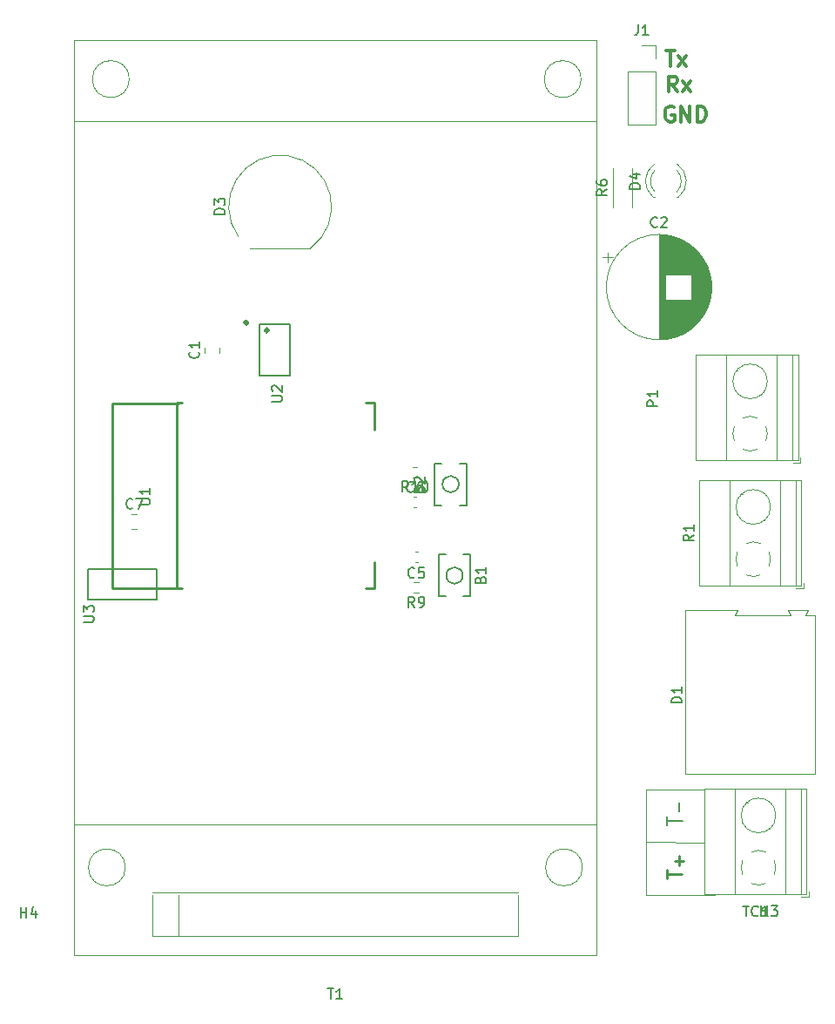
<source format=gbr>
%TF.GenerationSoftware,KiCad,Pcbnew,8.0.3*%
%TF.CreationDate,2024-08-31T20:41:35-05:00*%
%TF.ProjectId,solder_oven_PCB,736f6c64-6572-45f6-9f76-656e5f504342,rev?*%
%TF.SameCoordinates,Original*%
%TF.FileFunction,Legend,Top*%
%TF.FilePolarity,Positive*%
%FSLAX46Y46*%
G04 Gerber Fmt 4.6, Leading zero omitted, Abs format (unit mm)*
G04 Created by KiCad (PCBNEW 8.0.3) date 2024-08-31 20:41:35*
%MOMM*%
%LPD*%
G01*
G04 APERTURE LIST*
%ADD10C,0.100000*%
%ADD11C,0.200000*%
%ADD12C,0.300000*%
%ADD13C,0.250000*%
%ADD14C,0.150000*%
%ADD15C,0.120000*%
G04 APERTURE END LIST*
D10*
X138684000Y-126537000D02*
X144423000Y-126602000D01*
X138684000Y-131662000D02*
X145434000Y-131662000D01*
X144423000Y-121462000D02*
X138684000Y-121412000D01*
X138684000Y-121412000D02*
X138684000Y-131662000D01*
D11*
X140740028Y-124887564D02*
X140740028Y-124030422D01*
X142240028Y-124458993D02*
X140740028Y-124458993D01*
X141948600Y-123601850D02*
X141948600Y-122687565D01*
D12*
X140640225Y-49650828D02*
X141497368Y-49650828D01*
X141068796Y-51150828D02*
X141068796Y-49650828D01*
X141854510Y-51150828D02*
X142640225Y-50150828D01*
X141854510Y-50150828D02*
X142640225Y-51150828D01*
X141761653Y-53650828D02*
X141261653Y-52936542D01*
X140904510Y-53650828D02*
X140904510Y-52150828D01*
X140904510Y-52150828D02*
X141475939Y-52150828D01*
X141475939Y-52150828D02*
X141618796Y-52222257D01*
X141618796Y-52222257D02*
X141690225Y-52293685D01*
X141690225Y-52293685D02*
X141761653Y-52436542D01*
X141761653Y-52436542D02*
X141761653Y-52650828D01*
X141761653Y-52650828D02*
X141690225Y-52793685D01*
X141690225Y-52793685D02*
X141618796Y-52865114D01*
X141618796Y-52865114D02*
X141475939Y-52936542D01*
X141475939Y-52936542D02*
X140904510Y-52936542D01*
X142261653Y-53650828D02*
X143047368Y-52650828D01*
X142261653Y-52650828D02*
X143047368Y-53650828D01*
X141415225Y-55122257D02*
X141272368Y-55050828D01*
X141272368Y-55050828D02*
X141058082Y-55050828D01*
X141058082Y-55050828D02*
X140843796Y-55122257D01*
X140843796Y-55122257D02*
X140700939Y-55265114D01*
X140700939Y-55265114D02*
X140629510Y-55407971D01*
X140629510Y-55407971D02*
X140558082Y-55693685D01*
X140558082Y-55693685D02*
X140558082Y-55907971D01*
X140558082Y-55907971D02*
X140629510Y-56193685D01*
X140629510Y-56193685D02*
X140700939Y-56336542D01*
X140700939Y-56336542D02*
X140843796Y-56479400D01*
X140843796Y-56479400D02*
X141058082Y-56550828D01*
X141058082Y-56550828D02*
X141200939Y-56550828D01*
X141200939Y-56550828D02*
X141415225Y-56479400D01*
X141415225Y-56479400D02*
X141486653Y-56407971D01*
X141486653Y-56407971D02*
X141486653Y-55907971D01*
X141486653Y-55907971D02*
X141200939Y-55907971D01*
X142129510Y-56550828D02*
X142129510Y-55050828D01*
X142129510Y-55050828D02*
X142986653Y-56550828D01*
X142986653Y-56550828D02*
X142986653Y-55050828D01*
X143700939Y-56550828D02*
X143700939Y-55050828D01*
X143700939Y-55050828D02*
X144058082Y-55050828D01*
X144058082Y-55050828D02*
X144272368Y-55122257D01*
X144272368Y-55122257D02*
X144415225Y-55265114D01*
X144415225Y-55265114D02*
X144486654Y-55407971D01*
X144486654Y-55407971D02*
X144558082Y-55693685D01*
X144558082Y-55693685D02*
X144558082Y-55907971D01*
X144558082Y-55907971D02*
X144486654Y-56193685D01*
X144486654Y-56193685D02*
X144415225Y-56336542D01*
X144415225Y-56336542D02*
X144272368Y-56479400D01*
X144272368Y-56479400D02*
X144058082Y-56550828D01*
X144058082Y-56550828D02*
X143700939Y-56550828D01*
D13*
X140737428Y-130104669D02*
X140737428Y-129247527D01*
X142237428Y-129676098D02*
X140737428Y-129676098D01*
X141946000Y-128818955D02*
X141946000Y-127904670D01*
X142403142Y-128361812D02*
X141488857Y-128361812D01*
D14*
X149938095Y-133729819D02*
X149938095Y-132729819D01*
X149938095Y-133206009D02*
X150509523Y-133206009D01*
X150509523Y-133729819D02*
X150509523Y-132729819D01*
X150890476Y-132729819D02*
X151509523Y-132729819D01*
X151509523Y-132729819D02*
X151176190Y-133110771D01*
X151176190Y-133110771D02*
X151319047Y-133110771D01*
X151319047Y-133110771D02*
X151414285Y-133158390D01*
X151414285Y-133158390D02*
X151461904Y-133206009D01*
X151461904Y-133206009D02*
X151509523Y-133301247D01*
X151509523Y-133301247D02*
X151509523Y-133539342D01*
X151509523Y-133539342D02*
X151461904Y-133634580D01*
X151461904Y-133634580D02*
X151414285Y-133682200D01*
X151414285Y-133682200D02*
X151319047Y-133729819D01*
X151319047Y-133729819D02*
X151033333Y-133729819D01*
X151033333Y-133729819D02*
X150938095Y-133682200D01*
X150938095Y-133682200D02*
X150890476Y-133634580D01*
X139808333Y-66734580D02*
X139760714Y-66782200D01*
X139760714Y-66782200D02*
X139617857Y-66829819D01*
X139617857Y-66829819D02*
X139522619Y-66829819D01*
X139522619Y-66829819D02*
X139379762Y-66782200D01*
X139379762Y-66782200D02*
X139284524Y-66686961D01*
X139284524Y-66686961D02*
X139236905Y-66591723D01*
X139236905Y-66591723D02*
X139189286Y-66401247D01*
X139189286Y-66401247D02*
X139189286Y-66258390D01*
X139189286Y-66258390D02*
X139236905Y-66067914D01*
X139236905Y-66067914D02*
X139284524Y-65972676D01*
X139284524Y-65972676D02*
X139379762Y-65877438D01*
X139379762Y-65877438D02*
X139522619Y-65829819D01*
X139522619Y-65829819D02*
X139617857Y-65829819D01*
X139617857Y-65829819D02*
X139760714Y-65877438D01*
X139760714Y-65877438D02*
X139808333Y-65925057D01*
X140189286Y-65925057D02*
X140236905Y-65877438D01*
X140236905Y-65877438D02*
X140332143Y-65829819D01*
X140332143Y-65829819D02*
X140570238Y-65829819D01*
X140570238Y-65829819D02*
X140665476Y-65877438D01*
X140665476Y-65877438D02*
X140713095Y-65925057D01*
X140713095Y-65925057D02*
X140760714Y-66020295D01*
X140760714Y-66020295D02*
X140760714Y-66115533D01*
X140760714Y-66115533D02*
X140713095Y-66258390D01*
X140713095Y-66258390D02*
X140141667Y-66829819D01*
X140141667Y-66829819D02*
X140760714Y-66829819D01*
X139838819Y-84206094D02*
X138838819Y-84206094D01*
X138838819Y-84206094D02*
X138838819Y-83825142D01*
X138838819Y-83825142D02*
X138886438Y-83729904D01*
X138886438Y-83729904D02*
X138934057Y-83682285D01*
X138934057Y-83682285D02*
X139029295Y-83634666D01*
X139029295Y-83634666D02*
X139172152Y-83634666D01*
X139172152Y-83634666D02*
X139267390Y-83682285D01*
X139267390Y-83682285D02*
X139315009Y-83729904D01*
X139315009Y-83729904D02*
X139362628Y-83825142D01*
X139362628Y-83825142D02*
X139362628Y-84206094D01*
X139838819Y-82682285D02*
X139838819Y-83253713D01*
X139838819Y-82967999D02*
X138838819Y-82967999D01*
X138838819Y-82967999D02*
X138981676Y-83063237D01*
X138981676Y-83063237D02*
X139076914Y-83158475D01*
X139076914Y-83158475D02*
X139124533Y-83253713D01*
X107758095Y-140774819D02*
X108329523Y-140774819D01*
X108043809Y-141774819D02*
X108043809Y-140774819D01*
X109186666Y-141774819D02*
X108615238Y-141774819D01*
X108900952Y-141774819D02*
X108900952Y-140774819D01*
X108900952Y-140774819D02*
X108805714Y-140917676D01*
X108805714Y-140917676D02*
X108710476Y-141012914D01*
X108710476Y-141012914D02*
X108615238Y-141060533D01*
X88808333Y-94079580D02*
X88760714Y-94127200D01*
X88760714Y-94127200D02*
X88617857Y-94174819D01*
X88617857Y-94174819D02*
X88522619Y-94174819D01*
X88522619Y-94174819D02*
X88379762Y-94127200D01*
X88379762Y-94127200D02*
X88284524Y-94031961D01*
X88284524Y-94031961D02*
X88236905Y-93936723D01*
X88236905Y-93936723D02*
X88189286Y-93746247D01*
X88189286Y-93746247D02*
X88189286Y-93603390D01*
X88189286Y-93603390D02*
X88236905Y-93412914D01*
X88236905Y-93412914D02*
X88284524Y-93317676D01*
X88284524Y-93317676D02*
X88379762Y-93222438D01*
X88379762Y-93222438D02*
X88522619Y-93174819D01*
X88522619Y-93174819D02*
X88617857Y-93174819D01*
X88617857Y-93174819D02*
X88760714Y-93222438D01*
X88760714Y-93222438D02*
X88808333Y-93270057D01*
X89141667Y-93174819D02*
X89808333Y-93174819D01*
X89808333Y-93174819D02*
X89379762Y-94174819D01*
X137966666Y-47134819D02*
X137966666Y-47849104D01*
X137966666Y-47849104D02*
X137919047Y-47991961D01*
X137919047Y-47991961D02*
X137823809Y-48087200D01*
X137823809Y-48087200D02*
X137680952Y-48134819D01*
X137680952Y-48134819D02*
X137585714Y-48134819D01*
X138966666Y-48134819D02*
X138395238Y-48134819D01*
X138680952Y-48134819D02*
X138680952Y-47134819D01*
X138680952Y-47134819D02*
X138585714Y-47277676D01*
X138585714Y-47277676D02*
X138490476Y-47372914D01*
X138490476Y-47372914D02*
X138395238Y-47420533D01*
X116083333Y-92454580D02*
X116035714Y-92502200D01*
X116035714Y-92502200D02*
X115892857Y-92549819D01*
X115892857Y-92549819D02*
X115797619Y-92549819D01*
X115797619Y-92549819D02*
X115654762Y-92502200D01*
X115654762Y-92502200D02*
X115559524Y-92406961D01*
X115559524Y-92406961D02*
X115511905Y-92311723D01*
X115511905Y-92311723D02*
X115464286Y-92121247D01*
X115464286Y-92121247D02*
X115464286Y-91978390D01*
X115464286Y-91978390D02*
X115511905Y-91787914D01*
X115511905Y-91787914D02*
X115559524Y-91692676D01*
X115559524Y-91692676D02*
X115654762Y-91597438D01*
X115654762Y-91597438D02*
X115797619Y-91549819D01*
X115797619Y-91549819D02*
X115892857Y-91549819D01*
X115892857Y-91549819D02*
X116035714Y-91597438D01*
X116035714Y-91597438D02*
X116083333Y-91645057D01*
X116940476Y-91549819D02*
X116750000Y-91549819D01*
X116750000Y-91549819D02*
X116654762Y-91597438D01*
X116654762Y-91597438D02*
X116607143Y-91645057D01*
X116607143Y-91645057D02*
X116511905Y-91787914D01*
X116511905Y-91787914D02*
X116464286Y-91978390D01*
X116464286Y-91978390D02*
X116464286Y-92359342D01*
X116464286Y-92359342D02*
X116511905Y-92454580D01*
X116511905Y-92454580D02*
X116559524Y-92502200D01*
X116559524Y-92502200D02*
X116654762Y-92549819D01*
X116654762Y-92549819D02*
X116845238Y-92549819D01*
X116845238Y-92549819D02*
X116940476Y-92502200D01*
X116940476Y-92502200D02*
X116988095Y-92454580D01*
X116988095Y-92454580D02*
X117035714Y-92359342D01*
X117035714Y-92359342D02*
X117035714Y-92121247D01*
X117035714Y-92121247D02*
X116988095Y-92026009D01*
X116988095Y-92026009D02*
X116940476Y-91978390D01*
X116940476Y-91978390D02*
X116845238Y-91930771D01*
X116845238Y-91930771D02*
X116654762Y-91930771D01*
X116654762Y-91930771D02*
X116559524Y-91978390D01*
X116559524Y-91978390D02*
X116511905Y-92026009D01*
X116511905Y-92026009D02*
X116464286Y-92121247D01*
X134904819Y-63151666D02*
X134428628Y-63484999D01*
X134904819Y-63723094D02*
X133904819Y-63723094D01*
X133904819Y-63723094D02*
X133904819Y-63342142D01*
X133904819Y-63342142D02*
X133952438Y-63246904D01*
X133952438Y-63246904D02*
X134000057Y-63199285D01*
X134000057Y-63199285D02*
X134095295Y-63151666D01*
X134095295Y-63151666D02*
X134238152Y-63151666D01*
X134238152Y-63151666D02*
X134333390Y-63199285D01*
X134333390Y-63199285D02*
X134381009Y-63246904D01*
X134381009Y-63246904D02*
X134428628Y-63342142D01*
X134428628Y-63342142D02*
X134428628Y-63723094D01*
X133904819Y-62294523D02*
X133904819Y-62484999D01*
X133904819Y-62484999D02*
X133952438Y-62580237D01*
X133952438Y-62580237D02*
X134000057Y-62627856D01*
X134000057Y-62627856D02*
X134142914Y-62723094D01*
X134142914Y-62723094D02*
X134333390Y-62770713D01*
X134333390Y-62770713D02*
X134714342Y-62770713D01*
X134714342Y-62770713D02*
X134809580Y-62723094D01*
X134809580Y-62723094D02*
X134857200Y-62675475D01*
X134857200Y-62675475D02*
X134904819Y-62580237D01*
X134904819Y-62580237D02*
X134904819Y-62389761D01*
X134904819Y-62389761D02*
X134857200Y-62294523D01*
X134857200Y-62294523D02*
X134809580Y-62246904D01*
X134809580Y-62246904D02*
X134714342Y-62199285D01*
X134714342Y-62199285D02*
X134476247Y-62199285D01*
X134476247Y-62199285D02*
X134381009Y-62246904D01*
X134381009Y-62246904D02*
X134333390Y-62294523D01*
X134333390Y-62294523D02*
X134285771Y-62389761D01*
X134285771Y-62389761D02*
X134285771Y-62580237D01*
X134285771Y-62580237D02*
X134333390Y-62675475D01*
X134333390Y-62675475D02*
X134381009Y-62723094D01*
X134381009Y-62723094D02*
X134476247Y-62770713D01*
X95199580Y-78906666D02*
X95247200Y-78954285D01*
X95247200Y-78954285D02*
X95294819Y-79097142D01*
X95294819Y-79097142D02*
X95294819Y-79192380D01*
X95294819Y-79192380D02*
X95247200Y-79335237D01*
X95247200Y-79335237D02*
X95151961Y-79430475D01*
X95151961Y-79430475D02*
X95056723Y-79478094D01*
X95056723Y-79478094D02*
X94866247Y-79525713D01*
X94866247Y-79525713D02*
X94723390Y-79525713D01*
X94723390Y-79525713D02*
X94532914Y-79478094D01*
X94532914Y-79478094D02*
X94437676Y-79430475D01*
X94437676Y-79430475D02*
X94342438Y-79335237D01*
X94342438Y-79335237D02*
X94294819Y-79192380D01*
X94294819Y-79192380D02*
X94294819Y-79097142D01*
X94294819Y-79097142D02*
X94342438Y-78954285D01*
X94342438Y-78954285D02*
X94390057Y-78906666D01*
X95294819Y-77954285D02*
X95294819Y-78525713D01*
X95294819Y-78239999D02*
X94294819Y-78239999D01*
X94294819Y-78239999D02*
X94437676Y-78335237D01*
X94437676Y-78335237D02*
X94532914Y-78430475D01*
X94532914Y-78430475D02*
X94580533Y-78525713D01*
X148145095Y-132761819D02*
X148716523Y-132761819D01*
X148430809Y-133761819D02*
X148430809Y-132761819D01*
X149621285Y-133666580D02*
X149573666Y-133714200D01*
X149573666Y-133714200D02*
X149430809Y-133761819D01*
X149430809Y-133761819D02*
X149335571Y-133761819D01*
X149335571Y-133761819D02*
X149192714Y-133714200D01*
X149192714Y-133714200D02*
X149097476Y-133618961D01*
X149097476Y-133618961D02*
X149049857Y-133523723D01*
X149049857Y-133523723D02*
X149002238Y-133333247D01*
X149002238Y-133333247D02*
X149002238Y-133190390D01*
X149002238Y-133190390D02*
X149049857Y-132999914D01*
X149049857Y-132999914D02*
X149097476Y-132904676D01*
X149097476Y-132904676D02*
X149192714Y-132809438D01*
X149192714Y-132809438D02*
X149335571Y-132761819D01*
X149335571Y-132761819D02*
X149430809Y-132761819D01*
X149430809Y-132761819D02*
X149573666Y-132809438D01*
X149573666Y-132809438D02*
X149621285Y-132857057D01*
X150573666Y-133761819D02*
X150002238Y-133761819D01*
X150287952Y-133761819D02*
X150287952Y-132761819D01*
X150287952Y-132761819D02*
X150192714Y-132904676D01*
X150192714Y-132904676D02*
X150097476Y-132999914D01*
X150097476Y-132999914D02*
X150002238Y-133047533D01*
X77913095Y-133879819D02*
X77913095Y-132879819D01*
X77913095Y-133356009D02*
X78484523Y-133356009D01*
X78484523Y-133879819D02*
X78484523Y-132879819D01*
X79389285Y-133213152D02*
X79389285Y-133879819D01*
X79151190Y-132832200D02*
X78913095Y-133546485D01*
X78913095Y-133546485D02*
X79532142Y-133546485D01*
X115607142Y-92509819D02*
X115273809Y-92033628D01*
X115035714Y-92509819D02*
X115035714Y-91509819D01*
X115035714Y-91509819D02*
X115416666Y-91509819D01*
X115416666Y-91509819D02*
X115511904Y-91557438D01*
X115511904Y-91557438D02*
X115559523Y-91605057D01*
X115559523Y-91605057D02*
X115607142Y-91700295D01*
X115607142Y-91700295D02*
X115607142Y-91843152D01*
X115607142Y-91843152D02*
X115559523Y-91938390D01*
X115559523Y-91938390D02*
X115511904Y-91986009D01*
X115511904Y-91986009D02*
X115416666Y-92033628D01*
X115416666Y-92033628D02*
X115035714Y-92033628D01*
X116559523Y-92509819D02*
X115988095Y-92509819D01*
X116273809Y-92509819D02*
X116273809Y-91509819D01*
X116273809Y-91509819D02*
X116178571Y-91652676D01*
X116178571Y-91652676D02*
X116083333Y-91747914D01*
X116083333Y-91747914D02*
X115988095Y-91795533D01*
X117178571Y-91509819D02*
X117273809Y-91509819D01*
X117273809Y-91509819D02*
X117369047Y-91557438D01*
X117369047Y-91557438D02*
X117416666Y-91605057D01*
X117416666Y-91605057D02*
X117464285Y-91700295D01*
X117464285Y-91700295D02*
X117511904Y-91890771D01*
X117511904Y-91890771D02*
X117511904Y-92128866D01*
X117511904Y-92128866D02*
X117464285Y-92319342D01*
X117464285Y-92319342D02*
X117416666Y-92414580D01*
X117416666Y-92414580D02*
X117369047Y-92462200D01*
X117369047Y-92462200D02*
X117273809Y-92509819D01*
X117273809Y-92509819D02*
X117178571Y-92509819D01*
X117178571Y-92509819D02*
X117083333Y-92462200D01*
X117083333Y-92462200D02*
X117035714Y-92414580D01*
X117035714Y-92414580D02*
X116988095Y-92319342D01*
X116988095Y-92319342D02*
X116940476Y-92128866D01*
X116940476Y-92128866D02*
X116940476Y-91890771D01*
X116940476Y-91890771D02*
X116988095Y-91700295D01*
X116988095Y-91700295D02*
X117035714Y-91605057D01*
X117035714Y-91605057D02*
X117083333Y-91557438D01*
X117083333Y-91557438D02*
X117178571Y-91509819D01*
X116208333Y-100784580D02*
X116160714Y-100832200D01*
X116160714Y-100832200D02*
X116017857Y-100879819D01*
X116017857Y-100879819D02*
X115922619Y-100879819D01*
X115922619Y-100879819D02*
X115779762Y-100832200D01*
X115779762Y-100832200D02*
X115684524Y-100736961D01*
X115684524Y-100736961D02*
X115636905Y-100641723D01*
X115636905Y-100641723D02*
X115589286Y-100451247D01*
X115589286Y-100451247D02*
X115589286Y-100308390D01*
X115589286Y-100308390D02*
X115636905Y-100117914D01*
X115636905Y-100117914D02*
X115684524Y-100022676D01*
X115684524Y-100022676D02*
X115779762Y-99927438D01*
X115779762Y-99927438D02*
X115922619Y-99879819D01*
X115922619Y-99879819D02*
X116017857Y-99879819D01*
X116017857Y-99879819D02*
X116160714Y-99927438D01*
X116160714Y-99927438D02*
X116208333Y-99975057D01*
X117113095Y-99879819D02*
X116636905Y-99879819D01*
X116636905Y-99879819D02*
X116589286Y-100356009D01*
X116589286Y-100356009D02*
X116636905Y-100308390D01*
X116636905Y-100308390D02*
X116732143Y-100260771D01*
X116732143Y-100260771D02*
X116970238Y-100260771D01*
X116970238Y-100260771D02*
X117065476Y-100308390D01*
X117065476Y-100308390D02*
X117113095Y-100356009D01*
X117113095Y-100356009D02*
X117160714Y-100451247D01*
X117160714Y-100451247D02*
X117160714Y-100689342D01*
X117160714Y-100689342D02*
X117113095Y-100784580D01*
X117113095Y-100784580D02*
X117065476Y-100832200D01*
X117065476Y-100832200D02*
X116970238Y-100879819D01*
X116970238Y-100879819D02*
X116732143Y-100879819D01*
X116732143Y-100879819D02*
X116636905Y-100832200D01*
X116636905Y-100832200D02*
X116589286Y-100784580D01*
X97757819Y-65548094D02*
X96757819Y-65548094D01*
X96757819Y-65548094D02*
X96757819Y-65309999D01*
X96757819Y-65309999D02*
X96805438Y-65167142D01*
X96805438Y-65167142D02*
X96900676Y-65071904D01*
X96900676Y-65071904D02*
X96995914Y-65024285D01*
X96995914Y-65024285D02*
X97186390Y-64976666D01*
X97186390Y-64976666D02*
X97329247Y-64976666D01*
X97329247Y-64976666D02*
X97519723Y-65024285D01*
X97519723Y-65024285D02*
X97614961Y-65071904D01*
X97614961Y-65071904D02*
X97710200Y-65167142D01*
X97710200Y-65167142D02*
X97757819Y-65309999D01*
X97757819Y-65309999D02*
X97757819Y-65548094D01*
X96757819Y-64643332D02*
X96757819Y-64024285D01*
X96757819Y-64024285D02*
X97138771Y-64357618D01*
X97138771Y-64357618D02*
X97138771Y-64214761D01*
X97138771Y-64214761D02*
X97186390Y-64119523D01*
X97186390Y-64119523D02*
X97234009Y-64071904D01*
X97234009Y-64071904D02*
X97329247Y-64024285D01*
X97329247Y-64024285D02*
X97567342Y-64024285D01*
X97567342Y-64024285D02*
X97662580Y-64071904D01*
X97662580Y-64071904D02*
X97710200Y-64119523D01*
X97710200Y-64119523D02*
X97757819Y-64214761D01*
X97757819Y-64214761D02*
X97757819Y-64500475D01*
X97757819Y-64500475D02*
X97710200Y-64595713D01*
X97710200Y-64595713D02*
X97662580Y-64643332D01*
X138144819Y-63068094D02*
X137144819Y-63068094D01*
X137144819Y-63068094D02*
X137144819Y-62829999D01*
X137144819Y-62829999D02*
X137192438Y-62687142D01*
X137192438Y-62687142D02*
X137287676Y-62591904D01*
X137287676Y-62591904D02*
X137382914Y-62544285D01*
X137382914Y-62544285D02*
X137573390Y-62496666D01*
X137573390Y-62496666D02*
X137716247Y-62496666D01*
X137716247Y-62496666D02*
X137906723Y-62544285D01*
X137906723Y-62544285D02*
X138001961Y-62591904D01*
X138001961Y-62591904D02*
X138097200Y-62687142D01*
X138097200Y-62687142D02*
X138144819Y-62829999D01*
X138144819Y-62829999D02*
X138144819Y-63068094D01*
X137478152Y-61639523D02*
X138144819Y-61639523D01*
X137097200Y-61877618D02*
X137811485Y-62115713D01*
X137811485Y-62115713D02*
X137811485Y-61496666D01*
X84029819Y-105151904D02*
X84839342Y-105151904D01*
X84839342Y-105151904D02*
X84934580Y-105104285D01*
X84934580Y-105104285D02*
X84982200Y-105056666D01*
X84982200Y-105056666D02*
X85029819Y-104961428D01*
X85029819Y-104961428D02*
X85029819Y-104770952D01*
X85029819Y-104770952D02*
X84982200Y-104675714D01*
X84982200Y-104675714D02*
X84934580Y-104628095D01*
X84934580Y-104628095D02*
X84839342Y-104580476D01*
X84839342Y-104580476D02*
X84029819Y-104580476D01*
X84029819Y-104199523D02*
X84029819Y-103580476D01*
X84029819Y-103580476D02*
X84410771Y-103913809D01*
X84410771Y-103913809D02*
X84410771Y-103770952D01*
X84410771Y-103770952D02*
X84458390Y-103675714D01*
X84458390Y-103675714D02*
X84506009Y-103628095D01*
X84506009Y-103628095D02*
X84601247Y-103580476D01*
X84601247Y-103580476D02*
X84839342Y-103580476D01*
X84839342Y-103580476D02*
X84934580Y-103628095D01*
X84934580Y-103628095D02*
X84982200Y-103675714D01*
X84982200Y-103675714D02*
X85029819Y-103770952D01*
X85029819Y-103770952D02*
X85029819Y-104056666D01*
X85029819Y-104056666D02*
X84982200Y-104151904D01*
X84982200Y-104151904D02*
X84934580Y-104199523D01*
X116208333Y-103709819D02*
X115875000Y-103233628D01*
X115636905Y-103709819D02*
X115636905Y-102709819D01*
X115636905Y-102709819D02*
X116017857Y-102709819D01*
X116017857Y-102709819D02*
X116113095Y-102757438D01*
X116113095Y-102757438D02*
X116160714Y-102805057D01*
X116160714Y-102805057D02*
X116208333Y-102900295D01*
X116208333Y-102900295D02*
X116208333Y-103043152D01*
X116208333Y-103043152D02*
X116160714Y-103138390D01*
X116160714Y-103138390D02*
X116113095Y-103186009D01*
X116113095Y-103186009D02*
X116017857Y-103233628D01*
X116017857Y-103233628D02*
X115636905Y-103233628D01*
X116684524Y-103709819D02*
X116875000Y-103709819D01*
X116875000Y-103709819D02*
X116970238Y-103662200D01*
X116970238Y-103662200D02*
X117017857Y-103614580D01*
X117017857Y-103614580D02*
X117113095Y-103471723D01*
X117113095Y-103471723D02*
X117160714Y-103281247D01*
X117160714Y-103281247D02*
X117160714Y-102900295D01*
X117160714Y-102900295D02*
X117113095Y-102805057D01*
X117113095Y-102805057D02*
X117065476Y-102757438D01*
X117065476Y-102757438D02*
X116970238Y-102709819D01*
X116970238Y-102709819D02*
X116779762Y-102709819D01*
X116779762Y-102709819D02*
X116684524Y-102757438D01*
X116684524Y-102757438D02*
X116636905Y-102805057D01*
X116636905Y-102805057D02*
X116589286Y-102900295D01*
X116589286Y-102900295D02*
X116589286Y-103138390D01*
X116589286Y-103138390D02*
X116636905Y-103233628D01*
X116636905Y-103233628D02*
X116684524Y-103281247D01*
X116684524Y-103281247D02*
X116779762Y-103328866D01*
X116779762Y-103328866D02*
X116970238Y-103328866D01*
X116970238Y-103328866D02*
X117065476Y-103281247D01*
X117065476Y-103281247D02*
X117113095Y-103233628D01*
X117113095Y-103233628D02*
X117160714Y-103138390D01*
X143343819Y-96691666D02*
X142867628Y-97024999D01*
X143343819Y-97263094D02*
X142343819Y-97263094D01*
X142343819Y-97263094D02*
X142343819Y-96882142D01*
X142343819Y-96882142D02*
X142391438Y-96786904D01*
X142391438Y-96786904D02*
X142439057Y-96739285D01*
X142439057Y-96739285D02*
X142534295Y-96691666D01*
X142534295Y-96691666D02*
X142677152Y-96691666D01*
X142677152Y-96691666D02*
X142772390Y-96739285D01*
X142772390Y-96739285D02*
X142820009Y-96786904D01*
X142820009Y-96786904D02*
X142867628Y-96882142D01*
X142867628Y-96882142D02*
X142867628Y-97263094D01*
X143343819Y-95739285D02*
X143343819Y-96310713D01*
X143343819Y-96024999D02*
X142343819Y-96024999D01*
X142343819Y-96024999D02*
X142486676Y-96120237D01*
X142486676Y-96120237D02*
X142581914Y-96215475D01*
X142581914Y-96215475D02*
X142629533Y-96310713D01*
X102320819Y-83751904D02*
X103130342Y-83751904D01*
X103130342Y-83751904D02*
X103225580Y-83704285D01*
X103225580Y-83704285D02*
X103273200Y-83656666D01*
X103273200Y-83656666D02*
X103320819Y-83561428D01*
X103320819Y-83561428D02*
X103320819Y-83370952D01*
X103320819Y-83370952D02*
X103273200Y-83275714D01*
X103273200Y-83275714D02*
X103225580Y-83228095D01*
X103225580Y-83228095D02*
X103130342Y-83180476D01*
X103130342Y-83180476D02*
X102320819Y-83180476D01*
X102416057Y-82751904D02*
X102368438Y-82704285D01*
X102368438Y-82704285D02*
X102320819Y-82609047D01*
X102320819Y-82609047D02*
X102320819Y-82370952D01*
X102320819Y-82370952D02*
X102368438Y-82275714D01*
X102368438Y-82275714D02*
X102416057Y-82228095D01*
X102416057Y-82228095D02*
X102511295Y-82180476D01*
X102511295Y-82180476D02*
X102606533Y-82180476D01*
X102606533Y-82180476D02*
X102749390Y-82228095D01*
X102749390Y-82228095D02*
X103320819Y-82799523D01*
X103320819Y-82799523D02*
X103320819Y-82180476D01*
X116656009Y-92279761D02*
X116703628Y-92136904D01*
X116703628Y-92136904D02*
X116751247Y-92089285D01*
X116751247Y-92089285D02*
X116846485Y-92041666D01*
X116846485Y-92041666D02*
X116989342Y-92041666D01*
X116989342Y-92041666D02*
X117084580Y-92089285D01*
X117084580Y-92089285D02*
X117132200Y-92136904D01*
X117132200Y-92136904D02*
X117179819Y-92232142D01*
X117179819Y-92232142D02*
X117179819Y-92613094D01*
X117179819Y-92613094D02*
X116179819Y-92613094D01*
X116179819Y-92613094D02*
X116179819Y-92279761D01*
X116179819Y-92279761D02*
X116227438Y-92184523D01*
X116227438Y-92184523D02*
X116275057Y-92136904D01*
X116275057Y-92136904D02*
X116370295Y-92089285D01*
X116370295Y-92089285D02*
X116465533Y-92089285D01*
X116465533Y-92089285D02*
X116560771Y-92136904D01*
X116560771Y-92136904D02*
X116608390Y-92184523D01*
X116608390Y-92184523D02*
X116656009Y-92279761D01*
X116656009Y-92279761D02*
X116656009Y-92613094D01*
X116275057Y-91660713D02*
X116227438Y-91613094D01*
X116227438Y-91613094D02*
X116179819Y-91517856D01*
X116179819Y-91517856D02*
X116179819Y-91279761D01*
X116179819Y-91279761D02*
X116227438Y-91184523D01*
X116227438Y-91184523D02*
X116275057Y-91136904D01*
X116275057Y-91136904D02*
X116370295Y-91089285D01*
X116370295Y-91089285D02*
X116465533Y-91089285D01*
X116465533Y-91089285D02*
X116608390Y-91136904D01*
X116608390Y-91136904D02*
X117179819Y-91708332D01*
X117179819Y-91708332D02*
X117179819Y-91089285D01*
X89479819Y-93756904D02*
X90289342Y-93756904D01*
X90289342Y-93756904D02*
X90384580Y-93709285D01*
X90384580Y-93709285D02*
X90432200Y-93661666D01*
X90432200Y-93661666D02*
X90479819Y-93566428D01*
X90479819Y-93566428D02*
X90479819Y-93375952D01*
X90479819Y-93375952D02*
X90432200Y-93280714D01*
X90432200Y-93280714D02*
X90384580Y-93233095D01*
X90384580Y-93233095D02*
X90289342Y-93185476D01*
X90289342Y-93185476D02*
X89479819Y-93185476D01*
X90479819Y-92185476D02*
X90479819Y-92756904D01*
X90479819Y-92471190D02*
X89479819Y-92471190D01*
X89479819Y-92471190D02*
X89622676Y-92566428D01*
X89622676Y-92566428D02*
X89717914Y-92661666D01*
X89717914Y-92661666D02*
X89765533Y-92756904D01*
X122631009Y-101054761D02*
X122678628Y-100911904D01*
X122678628Y-100911904D02*
X122726247Y-100864285D01*
X122726247Y-100864285D02*
X122821485Y-100816666D01*
X122821485Y-100816666D02*
X122964342Y-100816666D01*
X122964342Y-100816666D02*
X123059580Y-100864285D01*
X123059580Y-100864285D02*
X123107200Y-100911904D01*
X123107200Y-100911904D02*
X123154819Y-101007142D01*
X123154819Y-101007142D02*
X123154819Y-101388094D01*
X123154819Y-101388094D02*
X122154819Y-101388094D01*
X122154819Y-101388094D02*
X122154819Y-101054761D01*
X122154819Y-101054761D02*
X122202438Y-100959523D01*
X122202438Y-100959523D02*
X122250057Y-100911904D01*
X122250057Y-100911904D02*
X122345295Y-100864285D01*
X122345295Y-100864285D02*
X122440533Y-100864285D01*
X122440533Y-100864285D02*
X122535771Y-100911904D01*
X122535771Y-100911904D02*
X122583390Y-100959523D01*
X122583390Y-100959523D02*
X122631009Y-101054761D01*
X122631009Y-101054761D02*
X122631009Y-101388094D01*
X123154819Y-99864285D02*
X123154819Y-100435713D01*
X123154819Y-100149999D02*
X122154819Y-100149999D01*
X122154819Y-100149999D02*
X122297676Y-100245237D01*
X122297676Y-100245237D02*
X122392914Y-100340475D01*
X122392914Y-100340475D02*
X122440533Y-100435713D01*
X142198819Y-113006094D02*
X141198819Y-113006094D01*
X141198819Y-113006094D02*
X141198819Y-112767999D01*
X141198819Y-112767999D02*
X141246438Y-112625142D01*
X141246438Y-112625142D02*
X141341676Y-112529904D01*
X141341676Y-112529904D02*
X141436914Y-112482285D01*
X141436914Y-112482285D02*
X141627390Y-112434666D01*
X141627390Y-112434666D02*
X141770247Y-112434666D01*
X141770247Y-112434666D02*
X141960723Y-112482285D01*
X141960723Y-112482285D02*
X142055961Y-112529904D01*
X142055961Y-112529904D02*
X142151200Y-112625142D01*
X142151200Y-112625142D02*
X142198819Y-112767999D01*
X142198819Y-112767999D02*
X142198819Y-113006094D01*
X142198819Y-111482285D02*
X142198819Y-112053713D01*
X142198819Y-111767999D02*
X141198819Y-111767999D01*
X141198819Y-111767999D02*
X141341676Y-111863237D01*
X141341676Y-111863237D02*
X141436914Y-111958475D01*
X141436914Y-111958475D02*
X141484533Y-112053713D01*
D15*
%TO.C,C2*%
X134495354Y-69750000D02*
X135495354Y-69750000D01*
X134995354Y-69250000D02*
X134995354Y-70250000D01*
X139975000Y-67545000D02*
X139975000Y-77705000D01*
X140015000Y-67545000D02*
X140015000Y-77705000D01*
X140055000Y-67545000D02*
X140055000Y-77705000D01*
X140095000Y-67546000D02*
X140095000Y-77704000D01*
X140135000Y-67547000D02*
X140135000Y-77703000D01*
X140175000Y-67548000D02*
X140175000Y-77702000D01*
X140215000Y-67550000D02*
X140215000Y-77700000D01*
X140255000Y-67552000D02*
X140255000Y-77698000D01*
X140295000Y-67555000D02*
X140295000Y-77695000D01*
X140335000Y-67557000D02*
X140335000Y-77693000D01*
X140375000Y-67560000D02*
X140375000Y-77690000D01*
X140415000Y-67563000D02*
X140415000Y-77687000D01*
X140455000Y-67567000D02*
X140455000Y-77683000D01*
X140495000Y-67571000D02*
X140495000Y-77679000D01*
X140535000Y-67575000D02*
X140535000Y-77675000D01*
X140575000Y-67580000D02*
X140575000Y-77670000D01*
X140615000Y-67585000D02*
X140615000Y-77665000D01*
X140655000Y-67590000D02*
X140655000Y-71384000D01*
X140655000Y-73866000D02*
X140655000Y-77660000D01*
X140696000Y-67595000D02*
X140696000Y-71384000D01*
X140696000Y-73866000D02*
X140696000Y-77655000D01*
X140736000Y-67601000D02*
X140736000Y-71384000D01*
X140736000Y-73866000D02*
X140736000Y-77649000D01*
X140776000Y-67607000D02*
X140776000Y-71384000D01*
X140776000Y-73866000D02*
X140776000Y-77643000D01*
X140816000Y-67614000D02*
X140816000Y-71384000D01*
X140816000Y-73866000D02*
X140816000Y-77636000D01*
X140856000Y-67621000D02*
X140856000Y-71384000D01*
X140856000Y-73866000D02*
X140856000Y-77629000D01*
X140896000Y-67628000D02*
X140896000Y-71384000D01*
X140896000Y-73866000D02*
X140896000Y-77622000D01*
X140936000Y-67635000D02*
X140936000Y-71384000D01*
X140936000Y-73866000D02*
X140936000Y-77615000D01*
X140976000Y-67643000D02*
X140976000Y-71384000D01*
X140976000Y-73866000D02*
X140976000Y-77607000D01*
X141016000Y-67651000D02*
X141016000Y-71384000D01*
X141016000Y-73866000D02*
X141016000Y-77599000D01*
X141056000Y-67660000D02*
X141056000Y-71384000D01*
X141056000Y-73866000D02*
X141056000Y-77590000D01*
X141096000Y-67669000D02*
X141096000Y-71384000D01*
X141096000Y-73866000D02*
X141096000Y-77581000D01*
X141136000Y-67678000D02*
X141136000Y-71384000D01*
X141136000Y-73866000D02*
X141136000Y-77572000D01*
X141176000Y-67687000D02*
X141176000Y-71384000D01*
X141176000Y-73866000D02*
X141176000Y-77563000D01*
X141216000Y-67697000D02*
X141216000Y-71384000D01*
X141216000Y-73866000D02*
X141216000Y-77553000D01*
X141256000Y-67707000D02*
X141256000Y-71384000D01*
X141256000Y-73866000D02*
X141256000Y-77543000D01*
X141296000Y-67718000D02*
X141296000Y-71384000D01*
X141296000Y-73866000D02*
X141296000Y-77532000D01*
X141336000Y-67728000D02*
X141336000Y-71384000D01*
X141336000Y-73866000D02*
X141336000Y-77522000D01*
X141376000Y-67740000D02*
X141376000Y-71384000D01*
X141376000Y-73866000D02*
X141376000Y-77510000D01*
X141416000Y-67751000D02*
X141416000Y-71384000D01*
X141416000Y-73866000D02*
X141416000Y-77499000D01*
X141456000Y-67763000D02*
X141456000Y-71384000D01*
X141456000Y-73866000D02*
X141456000Y-77487000D01*
X141496000Y-67775000D02*
X141496000Y-71384000D01*
X141496000Y-73866000D02*
X141496000Y-77475000D01*
X141536000Y-67788000D02*
X141536000Y-71384000D01*
X141536000Y-73866000D02*
X141536000Y-77462000D01*
X141576000Y-67801000D02*
X141576000Y-71384000D01*
X141576000Y-73866000D02*
X141576000Y-77449000D01*
X141616000Y-67814000D02*
X141616000Y-71384000D01*
X141616000Y-73866000D02*
X141616000Y-77436000D01*
X141656000Y-67828000D02*
X141656000Y-71384000D01*
X141656000Y-73866000D02*
X141656000Y-77422000D01*
X141696000Y-67842000D02*
X141696000Y-71384000D01*
X141696000Y-73866000D02*
X141696000Y-77408000D01*
X141736000Y-67857000D02*
X141736000Y-71384000D01*
X141736000Y-73866000D02*
X141736000Y-77393000D01*
X141776000Y-67871000D02*
X141776000Y-71384000D01*
X141776000Y-73866000D02*
X141776000Y-77379000D01*
X141816000Y-67887000D02*
X141816000Y-71384000D01*
X141816000Y-73866000D02*
X141816000Y-77363000D01*
X141856000Y-67902000D02*
X141856000Y-71384000D01*
X141856000Y-73866000D02*
X141856000Y-77348000D01*
X141896000Y-67918000D02*
X141896000Y-71384000D01*
X141896000Y-73866000D02*
X141896000Y-77332000D01*
X141936000Y-67935000D02*
X141936000Y-71384000D01*
X141936000Y-73866000D02*
X141936000Y-77315000D01*
X141976000Y-67951000D02*
X141976000Y-71384000D01*
X141976000Y-73866000D02*
X141976000Y-77299000D01*
X142016000Y-67968000D02*
X142016000Y-71384000D01*
X142016000Y-73866000D02*
X142016000Y-77282000D01*
X142056000Y-67986000D02*
X142056000Y-71384000D01*
X142056000Y-73866000D02*
X142056000Y-77264000D01*
X142096000Y-68004000D02*
X142096000Y-71384000D01*
X142096000Y-73866000D02*
X142096000Y-77246000D01*
X142136000Y-68022000D02*
X142136000Y-71384000D01*
X142136000Y-73866000D02*
X142136000Y-77228000D01*
X142176000Y-68041000D02*
X142176000Y-71384000D01*
X142176000Y-73866000D02*
X142176000Y-77209000D01*
X142216000Y-68061000D02*
X142216000Y-71384000D01*
X142216000Y-73866000D02*
X142216000Y-77189000D01*
X142256000Y-68080000D02*
X142256000Y-71384000D01*
X142256000Y-73866000D02*
X142256000Y-77170000D01*
X142296000Y-68100000D02*
X142296000Y-71384000D01*
X142296000Y-73866000D02*
X142296000Y-77150000D01*
X142336000Y-68121000D02*
X142336000Y-71384000D01*
X142336000Y-73866000D02*
X142336000Y-77129000D01*
X142376000Y-68142000D02*
X142376000Y-71384000D01*
X142376000Y-73866000D02*
X142376000Y-77108000D01*
X142416000Y-68163000D02*
X142416000Y-71384000D01*
X142416000Y-73866000D02*
X142416000Y-77087000D01*
X142456000Y-68185000D02*
X142456000Y-71384000D01*
X142456000Y-73866000D02*
X142456000Y-77065000D01*
X142496000Y-68208000D02*
X142496000Y-71384000D01*
X142496000Y-73866000D02*
X142496000Y-77042000D01*
X142536000Y-68230000D02*
X142536000Y-71384000D01*
X142536000Y-73866000D02*
X142536000Y-77020000D01*
X142576000Y-68254000D02*
X142576000Y-71384000D01*
X142576000Y-73866000D02*
X142576000Y-76996000D01*
X142616000Y-68278000D02*
X142616000Y-71384000D01*
X142616000Y-73866000D02*
X142616000Y-76972000D01*
X142656000Y-68302000D02*
X142656000Y-71384000D01*
X142656000Y-73866000D02*
X142656000Y-76948000D01*
X142696000Y-68327000D02*
X142696000Y-71384000D01*
X142696000Y-73866000D02*
X142696000Y-76923000D01*
X142736000Y-68352000D02*
X142736000Y-71384000D01*
X142736000Y-73866000D02*
X142736000Y-76898000D01*
X142776000Y-68378000D02*
X142776000Y-71384000D01*
X142776000Y-73866000D02*
X142776000Y-76872000D01*
X142816000Y-68404000D02*
X142816000Y-71384000D01*
X142816000Y-73866000D02*
X142816000Y-76846000D01*
X142856000Y-68431000D02*
X142856000Y-71384000D01*
X142856000Y-73866000D02*
X142856000Y-76819000D01*
X142896000Y-68459000D02*
X142896000Y-71384000D01*
X142896000Y-73866000D02*
X142896000Y-76791000D01*
X142936000Y-68487000D02*
X142936000Y-71384000D01*
X142936000Y-73866000D02*
X142936000Y-76763000D01*
X142976000Y-68515000D02*
X142976000Y-71384000D01*
X142976000Y-73866000D02*
X142976000Y-76735000D01*
X143016000Y-68545000D02*
X143016000Y-71384000D01*
X143016000Y-73866000D02*
X143016000Y-76705000D01*
X143056000Y-68575000D02*
X143056000Y-71384000D01*
X143056000Y-73866000D02*
X143056000Y-76675000D01*
X143096000Y-68605000D02*
X143096000Y-71384000D01*
X143096000Y-73866000D02*
X143096000Y-76645000D01*
X143136000Y-68636000D02*
X143136000Y-76614000D01*
X143176000Y-68668000D02*
X143176000Y-76582000D01*
X143216000Y-68700000D02*
X143216000Y-76550000D01*
X143256000Y-68733000D02*
X143256000Y-76517000D01*
X143296000Y-68767000D02*
X143296000Y-76483000D01*
X143336000Y-68801000D02*
X143336000Y-76449000D01*
X143376000Y-68836000D02*
X143376000Y-76414000D01*
X143416000Y-68872000D02*
X143416000Y-76378000D01*
X143456000Y-68909000D02*
X143456000Y-76341000D01*
X143496000Y-68946000D02*
X143496000Y-76304000D01*
X143536000Y-68985000D02*
X143536000Y-76265000D01*
X143576000Y-69024000D02*
X143576000Y-76226000D01*
X143616000Y-69064000D02*
X143616000Y-76186000D01*
X143656000Y-69105000D02*
X143656000Y-76145000D01*
X143696000Y-69147000D02*
X143696000Y-76103000D01*
X143736000Y-69189000D02*
X143736000Y-76061000D01*
X143776000Y-69233000D02*
X143776000Y-76017000D01*
X143816000Y-69278000D02*
X143816000Y-75972000D01*
X143856000Y-69324000D02*
X143856000Y-75926000D01*
X143896000Y-69371000D02*
X143896000Y-75879000D01*
X143936000Y-69419000D02*
X143936000Y-75831000D01*
X143976000Y-69469000D02*
X143976000Y-75781000D01*
X144016000Y-69519000D02*
X144016000Y-75731000D01*
X144056000Y-69571000D02*
X144056000Y-75679000D01*
X144096000Y-69625000D02*
X144096000Y-75625000D01*
X144136000Y-69680000D02*
X144136000Y-75570000D01*
X144176000Y-69736000D02*
X144176000Y-75514000D01*
X144216000Y-69795000D02*
X144216000Y-75455000D01*
X144256000Y-69855000D02*
X144256000Y-75395000D01*
X144296000Y-69916000D02*
X144296000Y-75334000D01*
X144336000Y-69980000D02*
X144336000Y-75270000D01*
X144376000Y-70046000D02*
X144376000Y-75204000D01*
X144416000Y-70115000D02*
X144416000Y-75135000D01*
X144456000Y-70186000D02*
X144456000Y-75064000D01*
X144496000Y-70260000D02*
X144496000Y-74990000D01*
X144536000Y-70336000D02*
X144536000Y-74914000D01*
X144576000Y-70416000D02*
X144576000Y-74834000D01*
X144616000Y-70500000D02*
X144616000Y-74750000D01*
X144656000Y-70588000D02*
X144656000Y-74662000D01*
X144696000Y-70681000D02*
X144696000Y-74569000D01*
X144736000Y-70779000D02*
X144736000Y-74471000D01*
X144776000Y-70883000D02*
X144776000Y-74367000D01*
X144816000Y-70995000D02*
X144816000Y-74255000D01*
X144856000Y-71115000D02*
X144856000Y-74135000D01*
X144896000Y-71247000D02*
X144896000Y-74003000D01*
X144936000Y-71395000D02*
X144936000Y-73855000D01*
X144976000Y-71563000D02*
X144976000Y-73687000D01*
X145016000Y-71763000D02*
X145016000Y-73487000D01*
X145056000Y-72026000D02*
X145056000Y-73224000D01*
X145095000Y-72625000D02*
G75*
G02*
X134855000Y-72625000I-5120000J0D01*
G01*
X134855000Y-72625000D02*
G75*
G02*
X145095000Y-72625000I5120000J0D01*
G01*
%TO.C,P1*%
X143583000Y-79188000D02*
X153504000Y-79188000D01*
X143583000Y-89468000D02*
X143583000Y-79188000D01*
X143583000Y-89468000D02*
X153504000Y-89468000D01*
X146543000Y-89468000D02*
X146543000Y-79188000D01*
X147569000Y-80718000D02*
X147605000Y-80753000D01*
X147775000Y-80513000D02*
X147821000Y-80560000D01*
X149867000Y-83015000D02*
X149913000Y-83062000D01*
X150083000Y-82822000D02*
X150118000Y-82857000D01*
X151444000Y-89468000D02*
X151444000Y-79188000D01*
X152944000Y-89468000D02*
X152944000Y-79188000D01*
X153004000Y-89708000D02*
X153744000Y-89708000D01*
X153504000Y-89468000D02*
X153504000Y-79188000D01*
X153744000Y-89708000D02*
X153744000Y-89208000D01*
X147308573Y-87551042D02*
G75*
G02*
X147309000Y-86184000I1535420J683041D01*
G01*
X148160958Y-85332573D02*
G75*
G02*
X149528000Y-85333000I683042J-1535427D01*
G01*
X149527042Y-88403427D02*
G75*
G02*
X148160000Y-88403000I-683041J1535420D01*
G01*
X150378756Y-86184682D02*
G75*
G02*
X150524000Y-86868000I-1534756J-683318D01*
G01*
X150524253Y-86839195D02*
G75*
G02*
X150379000Y-87552000I-1680254J-28806D01*
G01*
X150524000Y-81788000D02*
G75*
G02*
X147164000Y-81788000I-1680000J0D01*
G01*
X147164000Y-81788000D02*
G75*
G02*
X150524000Y-81788000I1680000J0D01*
G01*
%TO.C,T1*%
X83120000Y-48610000D02*
X83120000Y-137510000D01*
X83120000Y-56484000D02*
X133920000Y-56484000D01*
X83120000Y-124810000D02*
X133920000Y-124810000D01*
X83120000Y-137510000D02*
X133920000Y-137510000D01*
X90760000Y-131446000D02*
X126280000Y-131446000D01*
X90760000Y-135700000D02*
X90760000Y-131700000D01*
X93280000Y-131700000D02*
X93280000Y-135700000D01*
X126280000Y-131700000D02*
X126280000Y-135700000D01*
X126280000Y-135700000D02*
X90760000Y-135700000D01*
X133920000Y-48610000D02*
X83120000Y-48610000D01*
X133920000Y-137510000D02*
X133920000Y-48610000D01*
X88091051Y-129001000D02*
G75*
G02*
X84498949Y-129001000I-1796051J0D01*
G01*
X84498949Y-129001000D02*
G75*
G02*
X88091051Y-129001000I1796051J0D01*
G01*
X88472051Y-52420000D02*
G75*
G02*
X84879949Y-52420000I-1796051J0D01*
G01*
X84879949Y-52420000D02*
G75*
G02*
X88472051Y-52420000I1796051J0D01*
G01*
X132414051Y-52420000D02*
G75*
G02*
X128821949Y-52420000I-1796051J0D01*
G01*
X128821949Y-52420000D02*
G75*
G02*
X132414051Y-52420000I1796051J0D01*
G01*
X132541051Y-129001000D02*
G75*
G02*
X128948949Y-129001000I-1796051J0D01*
G01*
X128948949Y-129001000D02*
G75*
G02*
X132541051Y-129001000I1796051J0D01*
G01*
%TO.C,C7*%
X88713748Y-94665000D02*
X89236252Y-94665000D01*
X88713748Y-96135000D02*
X89236252Y-96135000D01*
%TO.C,J1*%
X136970000Y-51720000D02*
X136970000Y-56860000D01*
X136970000Y-51720000D02*
X139630000Y-51720000D01*
X136970000Y-56860000D02*
X139630000Y-56860000D01*
X138300000Y-49120000D02*
X139630000Y-49120000D01*
X139630000Y-49120000D02*
X139630000Y-50450000D01*
X139630000Y-51720000D02*
X139630000Y-56860000D01*
%TO.C,C6*%
X116109420Y-93015000D02*
X116390580Y-93015000D01*
X116109420Y-94035000D02*
X116390580Y-94035000D01*
%TO.C,R6*%
X135530000Y-61065000D02*
X135530000Y-64905000D01*
X137370000Y-61065000D02*
X137370000Y-64905000D01*
%TO.C,C1*%
X95785000Y-79001252D02*
X95785000Y-78478748D01*
X97255000Y-79001252D02*
X97255000Y-78478748D01*
%TO.C,TC1*%
X144396000Y-121357000D02*
X154317000Y-121357000D01*
X144396000Y-131637000D02*
X144396000Y-121357000D01*
X144396000Y-131637000D02*
X154317000Y-131637000D01*
X147356000Y-131637000D02*
X147356000Y-121357000D01*
X148382000Y-122887000D02*
X148418000Y-122922000D01*
X148588000Y-122682000D02*
X148634000Y-122729000D01*
X150680000Y-125184000D02*
X150726000Y-125231000D01*
X150896000Y-124991000D02*
X150931000Y-125026000D01*
X152257000Y-131637000D02*
X152257000Y-121357000D01*
X153757000Y-131637000D02*
X153757000Y-121357000D01*
X153817000Y-131877000D02*
X154557000Y-131877000D01*
X154317000Y-131637000D02*
X154317000Y-121357000D01*
X154557000Y-131877000D02*
X154557000Y-131377000D01*
X148121573Y-129720042D02*
G75*
G02*
X148122000Y-128353000I1535420J683041D01*
G01*
X148973958Y-127501573D02*
G75*
G02*
X150341000Y-127502000I683042J-1535427D01*
G01*
X150340042Y-130572427D02*
G75*
G02*
X148973000Y-130572000I-683041J1535420D01*
G01*
X151191756Y-128353682D02*
G75*
G02*
X151337000Y-129037000I-1534756J-683318D01*
G01*
X151337253Y-129008195D02*
G75*
G02*
X151192000Y-129721000I-1680254J-28806D01*
G01*
X151337000Y-123957000D02*
G75*
G02*
X147977000Y-123957000I-1680000J0D01*
G01*
X147977000Y-123957000D02*
G75*
G02*
X151337000Y-123957000I1680000J0D01*
G01*
%TO.C,R10*%
X116487258Y-90102500D02*
X116012742Y-90102500D01*
X116487258Y-91147500D02*
X116012742Y-91147500D01*
%TO.C,C5*%
X116259420Y-98315000D02*
X116540580Y-98315000D01*
X116259420Y-99335000D02*
X116540580Y-99335000D01*
%TO.C,D3*%
X100224000Y-68874000D02*
X106066000Y-68874000D01*
X99081000Y-67731000D02*
G75*
G02*
X106066000Y-68874000I4064000J2921000D01*
G01*
%TO.C,D4*%
X139414000Y-63890000D02*
X139570000Y-63890000D01*
X141730000Y-63890000D02*
X141886000Y-63890000D01*
X139414484Y-63890000D02*
G75*
G02*
X139571392Y-60657665I1235516J1560000D01*
G01*
X139570000Y-63370961D02*
G75*
G02*
X139570163Y-61288870I1080000J1040961D01*
G01*
X141728608Y-60657665D02*
G75*
G02*
X141885516Y-63890000I-1078608J-1672335D01*
G01*
X141729837Y-61288870D02*
G75*
G02*
X141730000Y-63370961I-1079837J-1041130D01*
G01*
D14*
%TO.C,U3*%
X84445000Y-100020000D02*
X91105000Y-100020000D01*
X84445000Y-102960000D02*
X84445000Y-100020000D01*
X91105000Y-100020000D02*
X91105000Y-102960000D01*
X91105000Y-102960000D02*
X84445000Y-102960000D01*
D15*
%TO.C,R9*%
X116612258Y-101302500D02*
X116137742Y-101302500D01*
X116612258Y-102347500D02*
X116137742Y-102347500D01*
%TO.C,R1*%
X143888000Y-91385000D02*
X153809000Y-91385000D01*
X143888000Y-101665000D02*
X143888000Y-91385000D01*
X143888000Y-101665000D02*
X153809000Y-101665000D01*
X146848000Y-101665000D02*
X146848000Y-91385000D01*
X147874000Y-92915000D02*
X147910000Y-92950000D01*
X148080000Y-92710000D02*
X148126000Y-92757000D01*
X150172000Y-95212000D02*
X150218000Y-95259000D01*
X150388000Y-95019000D02*
X150423000Y-95054000D01*
X151749000Y-101665000D02*
X151749000Y-91385000D01*
X153249000Y-101665000D02*
X153249000Y-91385000D01*
X153309000Y-101905000D02*
X154049000Y-101905000D01*
X153809000Y-101665000D02*
X153809000Y-91385000D01*
X154049000Y-101905000D02*
X154049000Y-101405000D01*
X147613573Y-99748042D02*
G75*
G02*
X147614000Y-98381000I1535420J683041D01*
G01*
X148465958Y-97529573D02*
G75*
G02*
X149833000Y-97530000I683042J-1535427D01*
G01*
X149832042Y-100600427D02*
G75*
G02*
X148465000Y-100600000I-683041J1535420D01*
G01*
X150683756Y-98381682D02*
G75*
G02*
X150829000Y-99065000I-1534756J-683318D01*
G01*
X150829253Y-99036195D02*
G75*
G02*
X150684000Y-99749000I-1680254J-28806D01*
G01*
X150829000Y-93985000D02*
G75*
G02*
X147469000Y-93985000I-1680000J0D01*
G01*
X147469000Y-93985000D02*
G75*
G02*
X150829000Y-93985000I1680000J0D01*
G01*
D14*
%TO.C,U2*%
X101096000Y-76210000D02*
X104136000Y-76210000D01*
X101096000Y-81270000D02*
X101096000Y-76210000D01*
X104136000Y-76210000D02*
X104136000Y-81270000D01*
X104136000Y-81270000D02*
X101096000Y-81270000D01*
D12*
X99996000Y-76090000D02*
G75*
G02*
X99696000Y-76090000I-150000J0D01*
G01*
X99696000Y-76090000D02*
G75*
G02*
X99996000Y-76090000I150000J0D01*
G01*
X101996000Y-76830000D02*
G75*
G02*
X101696000Y-76830000I-150000J0D01*
G01*
X101696000Y-76830000D02*
G75*
G02*
X101996000Y-76830000I150000J0D01*
G01*
D14*
%TO.C,B2*%
X118185000Y-89745000D02*
X118185000Y-93805000D01*
X118185000Y-93805000D02*
X118845000Y-93805000D01*
X118865000Y-89745000D02*
X118185000Y-89745000D01*
X121265000Y-89745000D02*
X120585000Y-89745000D01*
X121265000Y-89745000D02*
X121265000Y-93805000D01*
X121265000Y-93805000D02*
X120605000Y-93805000D01*
D11*
X120525000Y-91775000D02*
G75*
G02*
X118925000Y-91775000I-800000J0D01*
G01*
X118925000Y-91775000D02*
G75*
G02*
X120525000Y-91775000I800000J0D01*
G01*
D13*
%TO.C,U1*%
X86795000Y-83905000D02*
X86795000Y-101905000D01*
X86795000Y-83905000D02*
X93255000Y-83905000D01*
X86795000Y-101905000D02*
X93245000Y-101905000D01*
X93075000Y-83905000D02*
X93075000Y-101905000D01*
X93075000Y-101905000D02*
X93585000Y-101905000D01*
X93585000Y-83885000D02*
X93075000Y-83885000D01*
X111455000Y-101905000D02*
X112295000Y-101905000D01*
X112295000Y-83885000D02*
X111455000Y-83885000D01*
X112295000Y-86505000D02*
X112295000Y-83885000D01*
X112295000Y-101905000D02*
X112295000Y-99305000D01*
D14*
%TO.C,B1*%
X118560000Y-98620000D02*
X119220000Y-98620000D01*
X118560000Y-102680000D02*
X118560000Y-98620000D01*
X118560000Y-102680000D02*
X119240000Y-102680000D01*
X120960000Y-102680000D02*
X121640000Y-102680000D01*
X121640000Y-98620000D02*
X120980000Y-98620000D01*
X121640000Y-102680000D02*
X121640000Y-98620000D01*
D11*
X120900000Y-100650000D02*
G75*
G02*
X119300000Y-100650000I-800000J0D01*
G01*
X119300000Y-100650000D02*
G75*
G02*
X120900000Y-100650000I800000J0D01*
G01*
D15*
%TO.C,D1*%
X142544000Y-104018000D02*
X142544000Y-119918000D01*
X142544000Y-119918000D02*
X155144000Y-119918000D01*
X147344000Y-104518000D02*
X147594000Y-104018000D01*
X147594000Y-104018000D02*
X142544000Y-104018000D01*
X152494000Y-104018000D02*
X152744000Y-104518000D01*
X152744000Y-104518000D02*
X147344000Y-104518000D01*
X154194000Y-104518000D02*
X154494000Y-104018000D01*
X154494000Y-104018000D02*
X152494000Y-104018000D01*
X155144000Y-104518000D02*
X154194000Y-104518000D01*
X155144000Y-119918000D02*
X155144000Y-104518000D01*
%TD*%
M02*

</source>
